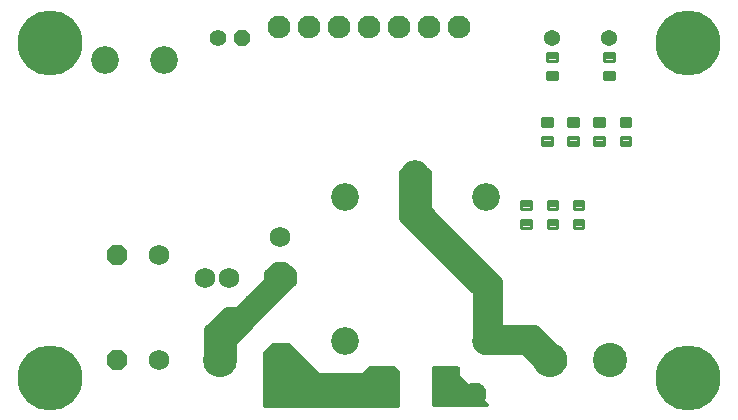
<source format=gbs>
G75*
%MOIN*%
%OFA0B0*%
%FSLAX24Y24*%
%IPPOS*%
%LPD*%
%AMOC8*
5,1,8,0,0,1.08239X$1,22.5*
%
%ADD10C,0.1241*%
%ADD11C,0.2165*%
%ADD12C,0.0320*%
%ADD13C,0.0160*%
%ADD14C,0.0120*%
%ADD15OC8,0.0560*%
%ADD16C,0.0560*%
%ADD17OC8,0.0690*%
%ADD18C,0.0690*%
%ADD19C,0.0920*%
%ADD20R,0.0769X0.1320*%
%ADD21C,0.0112*%
%ADD22C,0.0540*%
%ADD23C,0.1143*%
%ADD24C,0.0760*%
D10*
X001331Y001556D03*
X001331Y012723D03*
X022591Y012723D03*
X022591Y001556D03*
D11*
X001331Y001556D03*
X001331Y012723D03*
X022591Y012723D03*
X022591Y001556D03*
D12*
X018387Y002000D02*
X018262Y001875D01*
X017762Y001875D01*
X017262Y002375D01*
X017137Y002500D01*
X017262Y002625D02*
X017512Y002375D01*
X017887Y002375D01*
X017387Y002875D01*
X017387Y002625D01*
X017512Y002500D01*
X017512Y002875D01*
X017387Y003000D01*
X016012Y003000D01*
X015887Y003000D01*
X015887Y004375D01*
X015637Y004375D01*
X014387Y005625D01*
X015012Y005625D01*
X015137Y005500D01*
X015762Y004875D01*
X015387Y004875D01*
X014762Y005500D01*
X015137Y005500D01*
X014887Y005750D02*
X014637Y005750D01*
X013387Y007000D01*
X013137Y007000D01*
X013137Y007250D01*
X013137Y007500D01*
X013512Y007500D01*
X013387Y007375D02*
X013762Y007375D01*
X013762Y008000D01*
X013637Y008125D01*
X013637Y007625D01*
X013387Y007375D02*
X013387Y008125D01*
X013387Y008250D02*
X013137Y008000D01*
X013137Y008375D01*
X013887Y008375D01*
X013887Y007125D01*
X013887Y006750D01*
X014887Y005750D01*
X014387Y006125D02*
X013637Y006875D01*
X013637Y007000D01*
X013387Y007000D01*
X013137Y007000D02*
X013137Y006875D01*
X015137Y004875D01*
X015387Y004875D01*
X015137Y004875D02*
X015512Y004500D01*
X015637Y004500D02*
X015637Y002625D01*
X017262Y002625D01*
X017262Y002875D02*
X015887Y002875D01*
X015762Y002875D01*
X015762Y004250D01*
X016012Y004250D01*
X016012Y003000D01*
X015887Y003000D02*
X015887Y002875D01*
X016262Y003125D02*
X017512Y003125D01*
X018387Y002250D01*
X018387Y002000D01*
X016262Y003125D02*
X016262Y004750D01*
X013887Y007125D01*
X013762Y007250D01*
X013137Y007250D01*
X013137Y007500D02*
X013137Y008000D01*
X013387Y008250D02*
X013637Y008250D01*
X009262Y005125D02*
X009137Y005250D01*
X009012Y005250D01*
X009012Y004875D01*
X009137Y005000D01*
X009262Y005125D01*
X009387Y005000D01*
X009012Y004625D01*
X009012Y004375D01*
X009387Y004750D01*
X009387Y005000D01*
X009137Y005000D02*
X008887Y005000D01*
X008262Y004375D01*
X008012Y004125D01*
X008012Y003750D01*
X007637Y003375D01*
X007512Y003250D01*
X007387Y003125D02*
X007262Y003250D01*
X007262Y003375D01*
X007637Y003750D01*
X007512Y003750D01*
X007137Y003375D01*
X007137Y003125D01*
X006887Y002875D01*
X006887Y002750D01*
X006762Y002625D01*
X007012Y002625D01*
X007137Y002750D01*
X006762Y003125D01*
X007387Y003125D01*
X007887Y003250D01*
X007637Y003375D01*
X007887Y003250D02*
X008637Y004125D01*
X008637Y004250D01*
X008512Y004125D01*
X008012Y004125D01*
X007637Y003750D01*
X007512Y003750D02*
X007262Y003750D01*
X006637Y003125D01*
X006637Y002250D01*
X007012Y002250D01*
X007137Y002250D02*
X007137Y002625D01*
X007512Y003000D01*
X006887Y003000D01*
X006887Y002875D01*
X006887Y002750D02*
X006762Y003125D01*
X006887Y002750D02*
X006637Y002125D01*
X006762Y002000D01*
X007012Y002000D01*
X007262Y002125D02*
X007137Y002250D01*
X007262Y002125D02*
X007387Y002125D01*
X007387Y002750D01*
X007887Y003250D01*
X009012Y004375D01*
X008762Y004375D01*
X008762Y004625D01*
X009012Y004875D01*
X008637Y005000D02*
X008887Y005250D01*
X009012Y005250D01*
X008637Y005000D02*
X008637Y004625D01*
X008387Y004375D01*
X008262Y004375D01*
X008262Y004250D02*
X008387Y004375D01*
X008762Y004375D01*
X008262Y004250D02*
X008262Y004000D01*
X008012Y003750D01*
X009262Y002500D02*
X009637Y002125D01*
X008637Y002125D01*
X008637Y000750D01*
X012762Y000750D01*
X012762Y001750D01*
X012137Y001750D01*
X011887Y001500D01*
X011262Y001500D01*
X010387Y001500D01*
X010262Y001500D01*
X009887Y001500D01*
X009262Y002125D01*
X009137Y002125D01*
X008762Y001750D01*
X008762Y000875D01*
X009262Y000875D01*
X012012Y000875D01*
X012012Y001000D01*
X009762Y001000D01*
X009387Y001375D01*
X009012Y001375D01*
X008887Y001250D02*
X009012Y001125D01*
X011887Y001125D01*
X012012Y001000D01*
X012012Y001250D01*
X009762Y001250D01*
X009387Y001625D01*
X008887Y001625D01*
X008887Y001250D01*
X009637Y001875D02*
X009887Y001875D01*
X009637Y002125D01*
X009887Y001875D02*
X010262Y001500D01*
X011262Y001500D02*
X011262Y001125D01*
X012012Y001250D02*
X012012Y001375D01*
X014262Y001750D02*
X014262Y000750D01*
X014887Y000750D01*
X014887Y001125D01*
X014887Y001250D01*
X014637Y001250D01*
X015012Y001000D01*
X014887Y000750D01*
X015012Y000750D02*
X015012Y001000D01*
X015012Y001125D01*
X014512Y001625D01*
X014512Y001750D01*
X014637Y001750D01*
X014512Y001625D01*
X014512Y001500D01*
X014637Y001250D01*
X014512Y001500D02*
X014887Y001125D01*
X014762Y001000D01*
X015012Y001125D01*
X015137Y001125D02*
X014887Y001125D01*
X015012Y001000D01*
X015137Y000875D01*
X015262Y000875D01*
X015262Y001000D01*
X015137Y001125D01*
X015137Y000875D02*
X014512Y000875D01*
X014512Y001500D01*
X014637Y001750D01*
X014637Y001500D01*
X014512Y001750D02*
X014262Y001750D01*
X015637Y004500D02*
X015762Y004500D01*
X016012Y004500D01*
X016012Y004625D02*
X015637Y004625D01*
X015762Y004500D01*
X015887Y004750D02*
X016012Y004625D01*
X015887Y004750D02*
X015887Y004875D01*
X015762Y004875D01*
D13*
X012762Y001875D02*
X012012Y001875D01*
X011762Y001625D01*
X010262Y001625D01*
X009262Y002625D01*
X009262Y002500D01*
X009137Y002625D01*
X009262Y002625D01*
X009137Y002625D02*
X009012Y002625D01*
X008762Y002625D01*
X008512Y002375D01*
X008512Y000625D01*
X009012Y000625D01*
X009262Y000875D01*
X009012Y000625D02*
X012887Y000625D01*
X012887Y001750D01*
X012762Y001875D01*
X010387Y001500D02*
X010262Y001625D01*
X010262Y001500D02*
X009262Y002500D01*
X009137Y002500D01*
X009012Y002625D01*
D14*
X014137Y001875D02*
X014137Y000625D01*
X015387Y000625D01*
X014387Y001625D01*
X014387Y001750D01*
X014262Y001875D01*
X014887Y001875D01*
X014887Y001625D01*
X015887Y000625D01*
X015762Y000625D01*
X015012Y001375D01*
X015012Y001250D01*
X015512Y000750D01*
X015137Y000750D01*
X015012Y000875D01*
X015012Y001250D01*
X015387Y000625D02*
X015762Y000625D01*
X014262Y001875D02*
X014137Y001875D01*
X015512Y002625D02*
X015512Y004625D01*
X015512Y002625D02*
X015762Y002375D01*
X017137Y002375D01*
X017262Y002250D01*
X017262Y002375D01*
X017262Y002625D01*
X017137Y002500D02*
X015762Y002500D01*
D15*
X007718Y012875D03*
D16*
X006931Y012875D03*
D17*
X003573Y005625D03*
X003573Y002125D03*
D18*
X004951Y002125D03*
X006494Y004875D03*
X007281Y004875D03*
X009012Y004875D03*
X009012Y006253D03*
X004951Y005625D03*
D19*
X011148Y007567D03*
X013510Y008354D03*
X015872Y007567D03*
X015872Y002764D03*
X011148Y002764D03*
X005121Y012125D03*
X003153Y012125D03*
D20*
X012410Y001250D03*
X014615Y001250D03*
D21*
X017039Y006554D02*
X017039Y006816D01*
X017361Y006816D01*
X017361Y006554D01*
X017039Y006554D01*
X017039Y006665D02*
X017361Y006665D01*
X017361Y006776D02*
X017039Y006776D01*
X017039Y007184D02*
X017039Y007446D01*
X017361Y007446D01*
X017361Y007184D01*
X017039Y007184D01*
X017039Y007295D02*
X017361Y007295D01*
X017361Y007406D02*
X017039Y007406D01*
X018236Y007446D02*
X018236Y007184D01*
X017914Y007184D01*
X017914Y007446D01*
X018236Y007446D01*
X018236Y007295D02*
X017914Y007295D01*
X017914Y007406D02*
X018236Y007406D01*
X019111Y007446D02*
X019111Y007184D01*
X018789Y007184D01*
X018789Y007446D01*
X019111Y007446D01*
X019111Y007295D02*
X018789Y007295D01*
X018789Y007406D02*
X019111Y007406D01*
X019111Y006816D02*
X019111Y006554D01*
X018789Y006554D01*
X018789Y006816D01*
X019111Y006816D01*
X019111Y006665D02*
X018789Y006665D01*
X018789Y006776D02*
X019111Y006776D01*
X018236Y006816D02*
X018236Y006554D01*
X017914Y006554D01*
X017914Y006816D01*
X018236Y006816D01*
X018236Y006665D02*
X017914Y006665D01*
X017914Y006776D02*
X018236Y006776D01*
X017726Y009304D02*
X017726Y009566D01*
X018048Y009566D01*
X018048Y009304D01*
X017726Y009304D01*
X017726Y009415D02*
X018048Y009415D01*
X018048Y009526D02*
X017726Y009526D01*
X017726Y009934D02*
X017726Y010196D01*
X018048Y010196D01*
X018048Y009934D01*
X017726Y009934D01*
X017726Y010045D02*
X018048Y010045D01*
X018048Y010156D02*
X017726Y010156D01*
X018923Y010196D02*
X018923Y009934D01*
X018601Y009934D01*
X018601Y010196D01*
X018923Y010196D01*
X018923Y010045D02*
X018601Y010045D01*
X018601Y010156D02*
X018923Y010156D01*
X019476Y010196D02*
X019476Y009934D01*
X019476Y010196D02*
X019798Y010196D01*
X019798Y009934D01*
X019476Y009934D01*
X019476Y010045D02*
X019798Y010045D01*
X019798Y010156D02*
X019476Y010156D01*
X020673Y010196D02*
X020673Y009934D01*
X020351Y009934D01*
X020351Y010196D01*
X020673Y010196D01*
X020673Y010045D02*
X020351Y010045D01*
X020351Y010156D02*
X020673Y010156D01*
X020673Y009566D02*
X020673Y009304D01*
X020351Y009304D01*
X020351Y009566D01*
X020673Y009566D01*
X020673Y009415D02*
X020351Y009415D01*
X020351Y009526D02*
X020673Y009526D01*
X019476Y009566D02*
X019476Y009304D01*
X019476Y009566D02*
X019798Y009566D01*
X019798Y009304D01*
X019476Y009304D01*
X019476Y009415D02*
X019798Y009415D01*
X019798Y009526D02*
X019476Y009526D01*
X018923Y009566D02*
X018923Y009304D01*
X018601Y009304D01*
X018601Y009566D01*
X018923Y009566D01*
X018923Y009415D02*
X018601Y009415D01*
X018601Y009526D02*
X018923Y009526D01*
X018223Y011492D02*
X018223Y011754D01*
X018223Y011492D02*
X017901Y011492D01*
X017901Y011754D01*
X018223Y011754D01*
X018223Y011603D02*
X017901Y011603D01*
X017901Y011714D02*
X018223Y011714D01*
X018223Y012121D02*
X018223Y012383D01*
X018223Y012121D02*
X017901Y012121D01*
X017901Y012383D01*
X018223Y012383D01*
X018223Y012232D02*
X017901Y012232D01*
X017901Y012343D02*
X018223Y012343D01*
X020123Y012383D02*
X020123Y012121D01*
X019801Y012121D01*
X019801Y012383D01*
X020123Y012383D01*
X020123Y012232D02*
X019801Y012232D01*
X019801Y012343D02*
X020123Y012343D01*
X020123Y011754D02*
X020123Y011492D01*
X019801Y011492D01*
X019801Y011754D01*
X020123Y011754D01*
X020123Y011603D02*
X019801Y011603D01*
X019801Y011714D02*
X020123Y011714D01*
D22*
X019962Y012875D03*
X018062Y012875D03*
D23*
X018012Y002125D03*
X020012Y002125D03*
X009012Y002125D03*
X007012Y002125D03*
D24*
X015512Y001000D03*
X014961Y013250D03*
X013961Y013250D03*
X012961Y013250D03*
X011961Y013250D03*
X010961Y013250D03*
X009961Y013250D03*
X008961Y013250D03*
M02*

</source>
